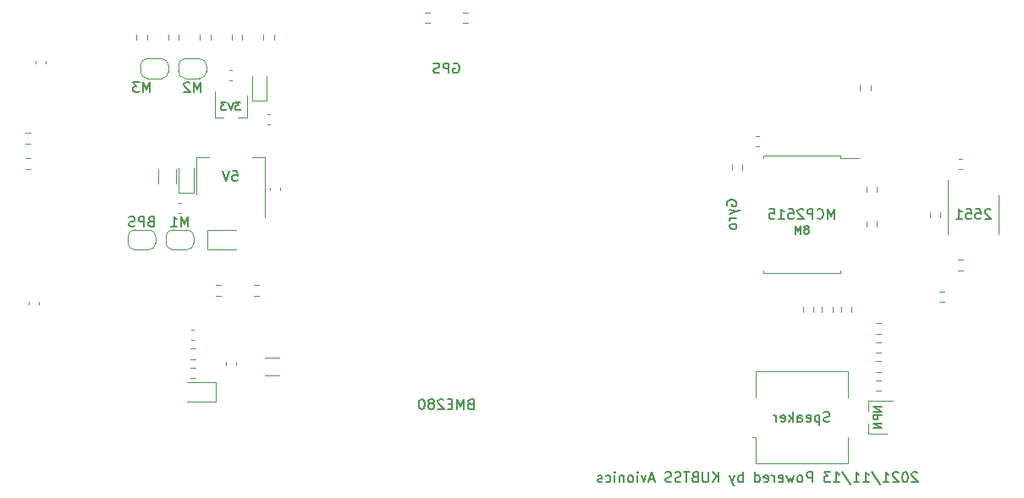
<source format=gbr>
G04 #@! TF.GenerationSoftware,KiCad,Pcbnew,(5.1.9)-1*
G04 #@! TF.CreationDate,2021-11-13T13:02:01+09:00*
G04 #@! TF.ProjectId,MainBoard2022_mega,4d61696e-426f-4617-9264-323032325f6d,rev?*
G04 #@! TF.SameCoordinates,Original*
G04 #@! TF.FileFunction,Legend,Bot*
G04 #@! TF.FilePolarity,Positive*
%FSLAX46Y46*%
G04 Gerber Fmt 4.6, Leading zero omitted, Abs format (unit mm)*
G04 Created by KiCad (PCBNEW (5.1.9)-1) date 2021-11-13 13:02:01*
%MOMM*%
%LPD*%
G01*
G04 APERTURE LIST*
%ADD10C,0.150000*%
%ADD11C,0.120000*%
G04 APERTURE END LIST*
D10*
X196213000Y-119626119D02*
X196165380Y-119578500D01*
X196070142Y-119530880D01*
X195832047Y-119530880D01*
X195736809Y-119578500D01*
X195689190Y-119626119D01*
X195641571Y-119721357D01*
X195641571Y-119816595D01*
X195689190Y-119959452D01*
X196260619Y-120530880D01*
X195641571Y-120530880D01*
X195022523Y-119530880D02*
X194927285Y-119530880D01*
X194832047Y-119578500D01*
X194784428Y-119626119D01*
X194736809Y-119721357D01*
X194689190Y-119911833D01*
X194689190Y-120149928D01*
X194736809Y-120340404D01*
X194784428Y-120435642D01*
X194832047Y-120483261D01*
X194927285Y-120530880D01*
X195022523Y-120530880D01*
X195117761Y-120483261D01*
X195165380Y-120435642D01*
X195213000Y-120340404D01*
X195260619Y-120149928D01*
X195260619Y-119911833D01*
X195213000Y-119721357D01*
X195165380Y-119626119D01*
X195117761Y-119578500D01*
X195022523Y-119530880D01*
X194308238Y-119626119D02*
X194260619Y-119578500D01*
X194165380Y-119530880D01*
X193927285Y-119530880D01*
X193832047Y-119578500D01*
X193784428Y-119626119D01*
X193736809Y-119721357D01*
X193736809Y-119816595D01*
X193784428Y-119959452D01*
X194355857Y-120530880D01*
X193736809Y-120530880D01*
X192784428Y-120530880D02*
X193355857Y-120530880D01*
X193070142Y-120530880D02*
X193070142Y-119530880D01*
X193165380Y-119673738D01*
X193260619Y-119768976D01*
X193355857Y-119816595D01*
X191641571Y-119483261D02*
X192498714Y-120768976D01*
X190784428Y-120530880D02*
X191355857Y-120530880D01*
X191070142Y-120530880D02*
X191070142Y-119530880D01*
X191165380Y-119673738D01*
X191260619Y-119768976D01*
X191355857Y-119816595D01*
X189832047Y-120530880D02*
X190403476Y-120530880D01*
X190117761Y-120530880D02*
X190117761Y-119530880D01*
X190213000Y-119673738D01*
X190308238Y-119768976D01*
X190403476Y-119816595D01*
X188689190Y-119483261D02*
X189546333Y-120768976D01*
X187832047Y-120530880D02*
X188403476Y-120530880D01*
X188117761Y-120530880D02*
X188117761Y-119530880D01*
X188213000Y-119673738D01*
X188308238Y-119768976D01*
X188403476Y-119816595D01*
X187498714Y-119530880D02*
X186879666Y-119530880D01*
X187213000Y-119911833D01*
X187070142Y-119911833D01*
X186974904Y-119959452D01*
X186927285Y-120007071D01*
X186879666Y-120102309D01*
X186879666Y-120340404D01*
X186927285Y-120435642D01*
X186974904Y-120483261D01*
X187070142Y-120530880D01*
X187355857Y-120530880D01*
X187451095Y-120483261D01*
X187498714Y-120435642D01*
X185689190Y-120530880D02*
X185689190Y-119530880D01*
X185308238Y-119530880D01*
X185213000Y-119578500D01*
X185165380Y-119626119D01*
X185117761Y-119721357D01*
X185117761Y-119864214D01*
X185165380Y-119959452D01*
X185213000Y-120007071D01*
X185308238Y-120054690D01*
X185689190Y-120054690D01*
X184546333Y-120530880D02*
X184641571Y-120483261D01*
X184689190Y-120435642D01*
X184736809Y-120340404D01*
X184736809Y-120054690D01*
X184689190Y-119959452D01*
X184641571Y-119911833D01*
X184546333Y-119864214D01*
X184403476Y-119864214D01*
X184308238Y-119911833D01*
X184260619Y-119959452D01*
X184213000Y-120054690D01*
X184213000Y-120340404D01*
X184260619Y-120435642D01*
X184308238Y-120483261D01*
X184403476Y-120530880D01*
X184546333Y-120530880D01*
X183879666Y-119864214D02*
X183689190Y-120530880D01*
X183498714Y-120054690D01*
X183308238Y-120530880D01*
X183117761Y-119864214D01*
X182355857Y-120483261D02*
X182451095Y-120530880D01*
X182641571Y-120530880D01*
X182736809Y-120483261D01*
X182784428Y-120388023D01*
X182784428Y-120007071D01*
X182736809Y-119911833D01*
X182641571Y-119864214D01*
X182451095Y-119864214D01*
X182355857Y-119911833D01*
X182308238Y-120007071D01*
X182308238Y-120102309D01*
X182784428Y-120197547D01*
X181879666Y-120530880D02*
X181879666Y-119864214D01*
X181879666Y-120054690D02*
X181832047Y-119959452D01*
X181784428Y-119911833D01*
X181689190Y-119864214D01*
X181593952Y-119864214D01*
X180879666Y-120483261D02*
X180974904Y-120530880D01*
X181165380Y-120530880D01*
X181260619Y-120483261D01*
X181308238Y-120388023D01*
X181308238Y-120007071D01*
X181260619Y-119911833D01*
X181165380Y-119864214D01*
X180974904Y-119864214D01*
X180879666Y-119911833D01*
X180832047Y-120007071D01*
X180832047Y-120102309D01*
X181308238Y-120197547D01*
X179974904Y-120530880D02*
X179974904Y-119530880D01*
X179974904Y-120483261D02*
X180070142Y-120530880D01*
X180260619Y-120530880D01*
X180355857Y-120483261D01*
X180403476Y-120435642D01*
X180451095Y-120340404D01*
X180451095Y-120054690D01*
X180403476Y-119959452D01*
X180355857Y-119911833D01*
X180260619Y-119864214D01*
X180070142Y-119864214D01*
X179974904Y-119911833D01*
X178736809Y-120530880D02*
X178736809Y-119530880D01*
X178736809Y-119911833D02*
X178641571Y-119864214D01*
X178451095Y-119864214D01*
X178355857Y-119911833D01*
X178308238Y-119959452D01*
X178260619Y-120054690D01*
X178260619Y-120340404D01*
X178308238Y-120435642D01*
X178355857Y-120483261D01*
X178451095Y-120530880D01*
X178641571Y-120530880D01*
X178736809Y-120483261D01*
X177927285Y-119864214D02*
X177689190Y-120530880D01*
X177451095Y-119864214D02*
X177689190Y-120530880D01*
X177784428Y-120768976D01*
X177832047Y-120816595D01*
X177927285Y-120864214D01*
X176308238Y-120530880D02*
X176308238Y-119530880D01*
X175736809Y-120530880D02*
X176165380Y-119959452D01*
X175736809Y-119530880D02*
X176308238Y-120102309D01*
X175308238Y-119530880D02*
X175308238Y-120340404D01*
X175260619Y-120435642D01*
X175213000Y-120483261D01*
X175117761Y-120530880D01*
X174927285Y-120530880D01*
X174832047Y-120483261D01*
X174784428Y-120435642D01*
X174736809Y-120340404D01*
X174736809Y-119530880D01*
X173927285Y-120007071D02*
X173784428Y-120054690D01*
X173736809Y-120102309D01*
X173689190Y-120197547D01*
X173689190Y-120340404D01*
X173736809Y-120435642D01*
X173784428Y-120483261D01*
X173879666Y-120530880D01*
X174260619Y-120530880D01*
X174260619Y-119530880D01*
X173927285Y-119530880D01*
X173832047Y-119578500D01*
X173784428Y-119626119D01*
X173736809Y-119721357D01*
X173736809Y-119816595D01*
X173784428Y-119911833D01*
X173832047Y-119959452D01*
X173927285Y-120007071D01*
X174260619Y-120007071D01*
X173403476Y-119530880D02*
X172832047Y-119530880D01*
X173117761Y-120530880D02*
X173117761Y-119530880D01*
X172546333Y-120483261D02*
X172403476Y-120530880D01*
X172165380Y-120530880D01*
X172070142Y-120483261D01*
X172022523Y-120435642D01*
X171974904Y-120340404D01*
X171974904Y-120245166D01*
X172022523Y-120149928D01*
X172070142Y-120102309D01*
X172165380Y-120054690D01*
X172355857Y-120007071D01*
X172451095Y-119959452D01*
X172498714Y-119911833D01*
X172546333Y-119816595D01*
X172546333Y-119721357D01*
X172498714Y-119626119D01*
X172451095Y-119578500D01*
X172355857Y-119530880D01*
X172117761Y-119530880D01*
X171974904Y-119578500D01*
X171593952Y-120483261D02*
X171451095Y-120530880D01*
X171213000Y-120530880D01*
X171117761Y-120483261D01*
X171070142Y-120435642D01*
X171022523Y-120340404D01*
X171022523Y-120245166D01*
X171070142Y-120149928D01*
X171117761Y-120102309D01*
X171213000Y-120054690D01*
X171403476Y-120007071D01*
X171498714Y-119959452D01*
X171546333Y-119911833D01*
X171593952Y-119816595D01*
X171593952Y-119721357D01*
X171546333Y-119626119D01*
X171498714Y-119578500D01*
X171403476Y-119530880D01*
X171165380Y-119530880D01*
X171022523Y-119578500D01*
X169879666Y-120245166D02*
X169403476Y-120245166D01*
X169974904Y-120530880D02*
X169641571Y-119530880D01*
X169308238Y-120530880D01*
X169070142Y-119864214D02*
X168832047Y-120530880D01*
X168593952Y-119864214D01*
X168213000Y-120530880D02*
X168213000Y-119864214D01*
X168213000Y-119530880D02*
X168260619Y-119578500D01*
X168213000Y-119626119D01*
X168165380Y-119578500D01*
X168213000Y-119530880D01*
X168213000Y-119626119D01*
X167593952Y-120530880D02*
X167689190Y-120483261D01*
X167736809Y-120435642D01*
X167784428Y-120340404D01*
X167784428Y-120054690D01*
X167736809Y-119959452D01*
X167689190Y-119911833D01*
X167593952Y-119864214D01*
X167451095Y-119864214D01*
X167355857Y-119911833D01*
X167308238Y-119959452D01*
X167260619Y-120054690D01*
X167260619Y-120340404D01*
X167308238Y-120435642D01*
X167355857Y-120483261D01*
X167451095Y-120530880D01*
X167593952Y-120530880D01*
X166832047Y-119864214D02*
X166832047Y-120530880D01*
X166832047Y-119959452D02*
X166784428Y-119911833D01*
X166689190Y-119864214D01*
X166546333Y-119864214D01*
X166451095Y-119911833D01*
X166403476Y-120007071D01*
X166403476Y-120530880D01*
X165927285Y-120530880D02*
X165927285Y-119864214D01*
X165927285Y-119530880D02*
X165974904Y-119578500D01*
X165927285Y-119626119D01*
X165879666Y-119578500D01*
X165927285Y-119530880D01*
X165927285Y-119626119D01*
X165022523Y-120483261D02*
X165117761Y-120530880D01*
X165308238Y-120530880D01*
X165403476Y-120483261D01*
X165451095Y-120435642D01*
X165498714Y-120340404D01*
X165498714Y-120054690D01*
X165451095Y-119959452D01*
X165403476Y-119911833D01*
X165308238Y-119864214D01*
X165117761Y-119864214D01*
X165022523Y-119911833D01*
X164641571Y-120483261D02*
X164546333Y-120530880D01*
X164355857Y-120530880D01*
X164260619Y-120483261D01*
X164213000Y-120388023D01*
X164213000Y-120340404D01*
X164260619Y-120245166D01*
X164355857Y-120197547D01*
X164498714Y-120197547D01*
X164593952Y-120149928D01*
X164641571Y-120054690D01*
X164641571Y-120007071D01*
X164593952Y-119911833D01*
X164498714Y-119864214D01*
X164355857Y-119864214D01*
X164260619Y-119911833D01*
D11*
X147447724Y-74563500D02*
X146938276Y-74563500D01*
X147447724Y-73518500D02*
X146938276Y-73518500D01*
X198882724Y-101458500D02*
X198373276Y-101458500D01*
X198882724Y-102503500D02*
X198373276Y-102503500D01*
X107948000Y-78339733D02*
X107948000Y-78632267D01*
X108968000Y-78339733D02*
X108968000Y-78632267D01*
X123551733Y-106301000D02*
X123844267Y-106301000D01*
X123551733Y-105281000D02*
X123844267Y-105281000D01*
X191328000Y-115696000D02*
X191328000Y-114646000D01*
X193128000Y-115696000D02*
X191328000Y-115696000D01*
X191328000Y-112396000D02*
X191328000Y-113446000D01*
X193728000Y-112396000D02*
X191328000Y-112396000D01*
X188518000Y-88086000D02*
X190333000Y-88086000D01*
X188518000Y-87841000D02*
X188518000Y-88086000D01*
X184658000Y-87841000D02*
X188518000Y-87841000D01*
X180798000Y-87841000D02*
X180798000Y-88086000D01*
X184658000Y-87841000D02*
X180798000Y-87841000D01*
X188518000Y-99611000D02*
X188518000Y-99366000D01*
X184658000Y-99611000D02*
X188518000Y-99611000D01*
X180798000Y-99611000D02*
X180798000Y-99366000D01*
X184658000Y-99611000D02*
X180798000Y-99611000D01*
X129118000Y-81856000D02*
X129118000Y-84006000D01*
X125898000Y-81431000D02*
X125898000Y-84006000D01*
X128208000Y-84006000D02*
X129118000Y-84006000D01*
X125898000Y-84006000D02*
X126808000Y-84006000D01*
X130918000Y-94016000D02*
X130918000Y-88006000D01*
X124098000Y-91766000D02*
X124098000Y-88006000D01*
X130918000Y-88006000D02*
X129658000Y-88006000D01*
X124098000Y-88006000D02*
X125358000Y-88006000D01*
X199243000Y-93726000D02*
X199243000Y-90276000D01*
X199243000Y-93726000D02*
X199243000Y-95676000D01*
X204363000Y-93726000D02*
X204363000Y-91776000D01*
X204363000Y-93726000D02*
X204363000Y-95676000D01*
X122315500Y-75691276D02*
X122315500Y-76200724D01*
X121270500Y-75691276D02*
X121270500Y-76200724D01*
X125490500Y-75691276D02*
X125490500Y-76200724D01*
X124445500Y-75691276D02*
X124445500Y-76200724D01*
X128665500Y-75691276D02*
X128665500Y-76200724D01*
X127620500Y-75691276D02*
X127620500Y-76200724D01*
X131840500Y-75691276D02*
X131840500Y-76200724D01*
X130795500Y-75691276D02*
X130795500Y-76200724D01*
X119140500Y-75691276D02*
X119140500Y-76200724D01*
X118095500Y-75691276D02*
X118095500Y-76200724D01*
X192023276Y-110348500D02*
X192532724Y-110348500D01*
X192023276Y-111393500D02*
X192532724Y-111393500D01*
X190485500Y-81280724D02*
X190485500Y-80771276D01*
X191530500Y-81280724D02*
X191530500Y-80771276D01*
X191120500Y-91440724D02*
X191120500Y-90931276D01*
X192165500Y-91440724D02*
X192165500Y-90931276D01*
X188580500Y-103505724D02*
X188580500Y-102996276D01*
X189625500Y-103505724D02*
X189625500Y-102996276D01*
X186675500Y-103505724D02*
X186675500Y-102996276D01*
X187720500Y-103505724D02*
X187720500Y-102996276D01*
X184770500Y-103505724D02*
X184770500Y-102996276D01*
X185815500Y-103505724D02*
X185815500Y-102996276D01*
X192023276Y-108443500D02*
X192532724Y-108443500D01*
X192023276Y-109488500D02*
X192532724Y-109488500D01*
X192023276Y-106538500D02*
X192532724Y-106538500D01*
X192023276Y-107583500D02*
X192532724Y-107583500D01*
X192023276Y-104633500D02*
X192532724Y-104633500D01*
X192023276Y-105678500D02*
X192532724Y-105678500D01*
X192165500Y-94463776D02*
X192165500Y-94973224D01*
X191120500Y-94463776D02*
X191120500Y-94973224D01*
X130302724Y-101868500D02*
X129793276Y-101868500D01*
X130302724Y-100823500D02*
X129793276Y-100823500D01*
X126492724Y-100823500D02*
X125983276Y-100823500D01*
X126492724Y-101868500D02*
X125983276Y-101868500D01*
X178703500Y-88772276D02*
X178703500Y-89281724D01*
X177658500Y-88772276D02*
X177658500Y-89281724D01*
X150748276Y-73518500D02*
X151257724Y-73518500D01*
X150748276Y-74563500D02*
X151257724Y-74563500D01*
X200278276Y-98283500D02*
X200787724Y-98283500D01*
X200278276Y-99328500D02*
X200787724Y-99328500D01*
X197470500Y-93980724D02*
X197470500Y-93471276D01*
X198515500Y-93980724D02*
X198515500Y-93471276D01*
X123443276Y-107173500D02*
X123952724Y-107173500D01*
X123443276Y-108218500D02*
X123952724Y-108218500D01*
X123443276Y-109078500D02*
X123952724Y-109078500D01*
X123443276Y-110123500D02*
X123952724Y-110123500D01*
X106933276Y-88123500D02*
X107442724Y-88123500D01*
X106933276Y-89168500D02*
X107442724Y-89168500D01*
X107442724Y-86628500D02*
X106933276Y-86628500D01*
X107442724Y-85583500D02*
X106933276Y-85583500D01*
X180048000Y-116006000D02*
X180048000Y-118656000D01*
X180048000Y-118656000D02*
X189268000Y-118656000D01*
X189268000Y-118656000D02*
X189268000Y-116006000D01*
X189268000Y-112086000D02*
X189268000Y-109436000D01*
X189268000Y-109436000D02*
X180048000Y-109436000D01*
X180048000Y-109436000D02*
X180048000Y-112086000D01*
X180048000Y-116006000D02*
X179718000Y-116006000D01*
X119318000Y-95266000D02*
X117918000Y-95266000D01*
X117218000Y-95966000D02*
X117218000Y-96566000D01*
X117918000Y-97266000D02*
X119318000Y-97266000D01*
X120018000Y-96566000D02*
X120018000Y-95966000D01*
X117918000Y-95266000D02*
G75*
G03*
X117218000Y-95966000I0J-700000D01*
G01*
X117218000Y-96566000D02*
G75*
G03*
X117918000Y-97266000I700000J0D01*
G01*
X119318000Y-97266000D02*
G75*
G03*
X120018000Y-96566000I0J700000D01*
G01*
X120018000Y-95966000D02*
G75*
G03*
X119318000Y-95266000I-700000J0D01*
G01*
X119188000Y-80121000D02*
X120588000Y-80121000D01*
X121288000Y-79421000D02*
X121288000Y-78821000D01*
X120588000Y-78121000D02*
X119188000Y-78121000D01*
X118488000Y-78821000D02*
X118488000Y-79421000D01*
X120588000Y-80121000D02*
G75*
G03*
X121288000Y-79421000I0J700000D01*
G01*
X121288000Y-78821000D02*
G75*
G03*
X120588000Y-78121000I-700000J0D01*
G01*
X119188000Y-78121000D02*
G75*
G03*
X118488000Y-78821000I0J-700000D01*
G01*
X118488000Y-79421000D02*
G75*
G03*
X119188000Y-80121000I700000J0D01*
G01*
X122983000Y-80121000D02*
X124383000Y-80121000D01*
X125083000Y-79421000D02*
X125083000Y-78821000D01*
X124383000Y-78121000D02*
X122983000Y-78121000D01*
X122283000Y-78821000D02*
X122283000Y-79421000D01*
X124383000Y-80121000D02*
G75*
G03*
X125083000Y-79421000I0J700000D01*
G01*
X125083000Y-78821000D02*
G75*
G03*
X124383000Y-78121000I-700000J0D01*
G01*
X122983000Y-78121000D02*
G75*
G03*
X122283000Y-78821000I0J-700000D01*
G01*
X122283000Y-79421000D02*
G75*
G03*
X122983000Y-80121000I700000J0D01*
G01*
X121728000Y-97266000D02*
X123128000Y-97266000D01*
X123828000Y-96566000D02*
X123828000Y-95966000D01*
X123128000Y-95266000D02*
X121728000Y-95266000D01*
X121028000Y-95966000D02*
X121028000Y-96566000D01*
X123128000Y-97266000D02*
G75*
G03*
X123828000Y-96566000I0J700000D01*
G01*
X123828000Y-95966000D02*
G75*
G03*
X123128000Y-95266000I-700000J0D01*
G01*
X121728000Y-95266000D02*
G75*
G03*
X121028000Y-95966000I0J-700000D01*
G01*
X121028000Y-96566000D02*
G75*
G03*
X121728000Y-97266000I700000J0D01*
G01*
X129630500Y-82368500D02*
X129630500Y-79908500D01*
X131100500Y-82368500D02*
X129630500Y-82368500D01*
X131100500Y-79908500D02*
X131100500Y-82368500D01*
X122328000Y-91576000D02*
X122328000Y-89116000D01*
X123798000Y-91576000D02*
X122328000Y-91576000D01*
X123798000Y-89116000D02*
X123798000Y-91576000D01*
X125173000Y-95306000D02*
X128033000Y-95306000D01*
X125173000Y-97226000D02*
X125173000Y-95306000D01*
X128033000Y-97226000D02*
X125173000Y-97226000D01*
X126033000Y-112466000D02*
X123173000Y-112466000D01*
X126033000Y-110546000D02*
X126033000Y-112466000D01*
X123173000Y-110546000D02*
X126033000Y-110546000D01*
X107313000Y-102762267D02*
X107313000Y-102469733D01*
X108333000Y-102762267D02*
X108333000Y-102469733D01*
X180359267Y-86933500D02*
X180066733Y-86933500D01*
X180359267Y-85913500D02*
X180066733Y-85913500D01*
X127654267Y-80266000D02*
X127361733Y-80266000D01*
X127654267Y-79246000D02*
X127361733Y-79246000D01*
X131171733Y-83691000D02*
X131464267Y-83691000D01*
X131171733Y-84711000D02*
X131464267Y-84711000D01*
X122068000Y-89204748D02*
X122068000Y-90627252D01*
X120248000Y-89204748D02*
X120248000Y-90627252D01*
X132463000Y-91039733D02*
X132463000Y-91332267D01*
X131443000Y-91039733D02*
X131443000Y-91332267D01*
X122574267Y-93601000D02*
X122281733Y-93601000D01*
X122574267Y-92581000D02*
X122281733Y-92581000D01*
X200386733Y-88136000D02*
X200679267Y-88136000D01*
X200386733Y-89156000D02*
X200679267Y-89156000D01*
X132346752Y-109876000D02*
X130924248Y-109876000D01*
X132346752Y-108056000D02*
X130924248Y-108056000D01*
X126998000Y-108794767D02*
X126998000Y-108502233D01*
X128018000Y-108794767D02*
X128018000Y-108502233D01*
D10*
X185191333Y-95218261D02*
X185267523Y-95180166D01*
X185305619Y-95142071D01*
X185343714Y-95065880D01*
X185343714Y-95027785D01*
X185305619Y-94951595D01*
X185267523Y-94913500D01*
X185191333Y-94875404D01*
X185038952Y-94875404D01*
X184962761Y-94913500D01*
X184924666Y-94951595D01*
X184886571Y-95027785D01*
X184886571Y-95065880D01*
X184924666Y-95142071D01*
X184962761Y-95180166D01*
X185038952Y-95218261D01*
X185191333Y-95218261D01*
X185267523Y-95256357D01*
X185305619Y-95294452D01*
X185343714Y-95370642D01*
X185343714Y-95523023D01*
X185305619Y-95599214D01*
X185267523Y-95637309D01*
X185191333Y-95675404D01*
X185038952Y-95675404D01*
X184962761Y-95637309D01*
X184924666Y-95599214D01*
X184886571Y-95523023D01*
X184886571Y-95370642D01*
X184924666Y-95294452D01*
X184962761Y-95256357D01*
X185038952Y-95218261D01*
X184543714Y-95675404D02*
X184543714Y-94875404D01*
X184277047Y-95446833D01*
X184010380Y-94875404D01*
X184010380Y-95675404D01*
X151478952Y-112704571D02*
X151336095Y-112752190D01*
X151288476Y-112799809D01*
X151240857Y-112895047D01*
X151240857Y-113037904D01*
X151288476Y-113133142D01*
X151336095Y-113180761D01*
X151431333Y-113228380D01*
X151812285Y-113228380D01*
X151812285Y-112228380D01*
X151478952Y-112228380D01*
X151383714Y-112276000D01*
X151336095Y-112323619D01*
X151288476Y-112418857D01*
X151288476Y-112514095D01*
X151336095Y-112609333D01*
X151383714Y-112656952D01*
X151478952Y-112704571D01*
X151812285Y-112704571D01*
X150812285Y-113228380D02*
X150812285Y-112228380D01*
X150478952Y-112942666D01*
X150145619Y-112228380D01*
X150145619Y-113228380D01*
X149669428Y-112704571D02*
X149336095Y-112704571D01*
X149193238Y-113228380D02*
X149669428Y-113228380D01*
X149669428Y-112228380D01*
X149193238Y-112228380D01*
X148812285Y-112323619D02*
X148764666Y-112276000D01*
X148669428Y-112228380D01*
X148431333Y-112228380D01*
X148336095Y-112276000D01*
X148288476Y-112323619D01*
X148240857Y-112418857D01*
X148240857Y-112514095D01*
X148288476Y-112656952D01*
X148859904Y-113228380D01*
X148240857Y-113228380D01*
X147669428Y-112656952D02*
X147764666Y-112609333D01*
X147812285Y-112561714D01*
X147859904Y-112466476D01*
X147859904Y-112418857D01*
X147812285Y-112323619D01*
X147764666Y-112276000D01*
X147669428Y-112228380D01*
X147478952Y-112228380D01*
X147383714Y-112276000D01*
X147336095Y-112323619D01*
X147288476Y-112418857D01*
X147288476Y-112466476D01*
X147336095Y-112561714D01*
X147383714Y-112609333D01*
X147478952Y-112656952D01*
X147669428Y-112656952D01*
X147764666Y-112704571D01*
X147812285Y-112752190D01*
X147859904Y-112847428D01*
X147859904Y-113037904D01*
X147812285Y-113133142D01*
X147764666Y-113180761D01*
X147669428Y-113228380D01*
X147478952Y-113228380D01*
X147383714Y-113180761D01*
X147336095Y-113133142D01*
X147288476Y-113037904D01*
X147288476Y-112847428D01*
X147336095Y-112752190D01*
X147383714Y-112704571D01*
X147478952Y-112656952D01*
X146669428Y-112228380D02*
X146574190Y-112228380D01*
X146478952Y-112276000D01*
X146431333Y-112323619D01*
X146383714Y-112418857D01*
X146336095Y-112609333D01*
X146336095Y-112847428D01*
X146383714Y-113037904D01*
X146431333Y-113133142D01*
X146478952Y-113180761D01*
X146574190Y-113228380D01*
X146669428Y-113228380D01*
X146764666Y-113180761D01*
X146812285Y-113133142D01*
X146859904Y-113037904D01*
X146907523Y-112847428D01*
X146907523Y-112609333D01*
X146859904Y-112418857D01*
X146812285Y-112323619D01*
X146764666Y-112276000D01*
X146669428Y-112228380D01*
X192639904Y-112998380D02*
X191839904Y-112998380D01*
X192639904Y-113455523D01*
X191839904Y-113455523D01*
X192639904Y-113836476D02*
X191839904Y-113836476D01*
X191839904Y-114141238D01*
X191878000Y-114217428D01*
X191916095Y-114255523D01*
X191992285Y-114293619D01*
X192106571Y-114293619D01*
X192182761Y-114255523D01*
X192220857Y-114217428D01*
X192258952Y-114141238D01*
X192258952Y-113836476D01*
X192639904Y-114636476D02*
X191839904Y-114636476D01*
X192639904Y-115093619D01*
X191839904Y-115093619D01*
X187896095Y-94178380D02*
X187896095Y-93178380D01*
X187562761Y-93892666D01*
X187229428Y-93178380D01*
X187229428Y-94178380D01*
X186181809Y-94083142D02*
X186229428Y-94130761D01*
X186372285Y-94178380D01*
X186467523Y-94178380D01*
X186610380Y-94130761D01*
X186705619Y-94035523D01*
X186753238Y-93940285D01*
X186800857Y-93749809D01*
X186800857Y-93606952D01*
X186753238Y-93416476D01*
X186705619Y-93321238D01*
X186610380Y-93226000D01*
X186467523Y-93178380D01*
X186372285Y-93178380D01*
X186229428Y-93226000D01*
X186181809Y-93273619D01*
X185753238Y-94178380D02*
X185753238Y-93178380D01*
X185372285Y-93178380D01*
X185277047Y-93226000D01*
X185229428Y-93273619D01*
X185181809Y-93368857D01*
X185181809Y-93511714D01*
X185229428Y-93606952D01*
X185277047Y-93654571D01*
X185372285Y-93702190D01*
X185753238Y-93702190D01*
X184800857Y-93273619D02*
X184753238Y-93226000D01*
X184658000Y-93178380D01*
X184419904Y-93178380D01*
X184324666Y-93226000D01*
X184277047Y-93273619D01*
X184229428Y-93368857D01*
X184229428Y-93464095D01*
X184277047Y-93606952D01*
X184848476Y-94178380D01*
X184229428Y-94178380D01*
X183324666Y-93178380D02*
X183800857Y-93178380D01*
X183848476Y-93654571D01*
X183800857Y-93606952D01*
X183705619Y-93559333D01*
X183467523Y-93559333D01*
X183372285Y-93606952D01*
X183324666Y-93654571D01*
X183277047Y-93749809D01*
X183277047Y-93987904D01*
X183324666Y-94083142D01*
X183372285Y-94130761D01*
X183467523Y-94178380D01*
X183705619Y-94178380D01*
X183800857Y-94130761D01*
X183848476Y-94083142D01*
X182324666Y-94178380D02*
X182896095Y-94178380D01*
X182610380Y-94178380D02*
X182610380Y-93178380D01*
X182705619Y-93321238D01*
X182800857Y-93416476D01*
X182896095Y-93464095D01*
X181419904Y-93178380D02*
X181896095Y-93178380D01*
X181943714Y-93654571D01*
X181896095Y-93606952D01*
X181800857Y-93559333D01*
X181562761Y-93559333D01*
X181467523Y-93606952D01*
X181419904Y-93654571D01*
X181372285Y-93749809D01*
X181372285Y-93987904D01*
X181419904Y-94083142D01*
X181467523Y-94130761D01*
X181562761Y-94178380D01*
X181800857Y-94178380D01*
X181896095Y-94130761D01*
X181943714Y-94083142D01*
X128498476Y-82492904D02*
X128003238Y-82492904D01*
X128269904Y-82797666D01*
X128155619Y-82797666D01*
X128079428Y-82835761D01*
X128041333Y-82873857D01*
X128003238Y-82950047D01*
X128003238Y-83140523D01*
X128041333Y-83216714D01*
X128079428Y-83254809D01*
X128155619Y-83292904D01*
X128384190Y-83292904D01*
X128460380Y-83254809D01*
X128498476Y-83216714D01*
X127774666Y-82492904D02*
X127508000Y-83292904D01*
X127241333Y-82492904D01*
X127050857Y-82492904D02*
X126555619Y-82492904D01*
X126822285Y-82797666D01*
X126708000Y-82797666D01*
X126631809Y-82835761D01*
X126593714Y-82873857D01*
X126555619Y-82950047D01*
X126555619Y-83140523D01*
X126593714Y-83216714D01*
X126631809Y-83254809D01*
X126708000Y-83292904D01*
X126936571Y-83292904D01*
X127012761Y-83254809D01*
X127050857Y-83216714D01*
X127698476Y-89368380D02*
X128174666Y-89368380D01*
X128222285Y-89844571D01*
X128174666Y-89796952D01*
X128079428Y-89749333D01*
X127841333Y-89749333D01*
X127746095Y-89796952D01*
X127698476Y-89844571D01*
X127650857Y-89939809D01*
X127650857Y-90177904D01*
X127698476Y-90273142D01*
X127746095Y-90320761D01*
X127841333Y-90368380D01*
X128079428Y-90368380D01*
X128174666Y-90320761D01*
X128222285Y-90273142D01*
X127365142Y-89368380D02*
X127031809Y-90368380D01*
X126698476Y-89368380D01*
X203517285Y-93273619D02*
X203469666Y-93226000D01*
X203374428Y-93178380D01*
X203136333Y-93178380D01*
X203041095Y-93226000D01*
X202993476Y-93273619D01*
X202945857Y-93368857D01*
X202945857Y-93464095D01*
X202993476Y-93606952D01*
X203564904Y-94178380D01*
X202945857Y-94178380D01*
X202041095Y-93178380D02*
X202517285Y-93178380D01*
X202564904Y-93654571D01*
X202517285Y-93606952D01*
X202422047Y-93559333D01*
X202183952Y-93559333D01*
X202088714Y-93606952D01*
X202041095Y-93654571D01*
X201993476Y-93749809D01*
X201993476Y-93987904D01*
X202041095Y-94083142D01*
X202088714Y-94130761D01*
X202183952Y-94178380D01*
X202422047Y-94178380D01*
X202517285Y-94130761D01*
X202564904Y-94083142D01*
X201088714Y-93178380D02*
X201564904Y-93178380D01*
X201612523Y-93654571D01*
X201564904Y-93606952D01*
X201469666Y-93559333D01*
X201231571Y-93559333D01*
X201136333Y-93606952D01*
X201088714Y-93654571D01*
X201041095Y-93749809D01*
X201041095Y-93987904D01*
X201088714Y-94083142D01*
X201136333Y-94130761D01*
X201231571Y-94178380D01*
X201469666Y-94178380D01*
X201564904Y-94130761D01*
X201612523Y-94083142D01*
X200088714Y-94178380D02*
X200660142Y-94178380D01*
X200374428Y-94178380D02*
X200374428Y-93178380D01*
X200469666Y-93321238D01*
X200564904Y-93416476D01*
X200660142Y-93464095D01*
X187419904Y-114450761D02*
X187277047Y-114498380D01*
X187038952Y-114498380D01*
X186943714Y-114450761D01*
X186896095Y-114403142D01*
X186848476Y-114307904D01*
X186848476Y-114212666D01*
X186896095Y-114117428D01*
X186943714Y-114069809D01*
X187038952Y-114022190D01*
X187229428Y-113974571D01*
X187324666Y-113926952D01*
X187372285Y-113879333D01*
X187419904Y-113784095D01*
X187419904Y-113688857D01*
X187372285Y-113593619D01*
X187324666Y-113546000D01*
X187229428Y-113498380D01*
X186991333Y-113498380D01*
X186848476Y-113546000D01*
X186419904Y-113831714D02*
X186419904Y-114831714D01*
X186419904Y-113879333D02*
X186324666Y-113831714D01*
X186134190Y-113831714D01*
X186038952Y-113879333D01*
X185991333Y-113926952D01*
X185943714Y-114022190D01*
X185943714Y-114307904D01*
X185991333Y-114403142D01*
X186038952Y-114450761D01*
X186134190Y-114498380D01*
X186324666Y-114498380D01*
X186419904Y-114450761D01*
X185134190Y-114450761D02*
X185229428Y-114498380D01*
X185419904Y-114498380D01*
X185515142Y-114450761D01*
X185562761Y-114355523D01*
X185562761Y-113974571D01*
X185515142Y-113879333D01*
X185419904Y-113831714D01*
X185229428Y-113831714D01*
X185134190Y-113879333D01*
X185086571Y-113974571D01*
X185086571Y-114069809D01*
X185562761Y-114165047D01*
X184229428Y-114498380D02*
X184229428Y-113974571D01*
X184277047Y-113879333D01*
X184372285Y-113831714D01*
X184562761Y-113831714D01*
X184658000Y-113879333D01*
X184229428Y-114450761D02*
X184324666Y-114498380D01*
X184562761Y-114498380D01*
X184658000Y-114450761D01*
X184705619Y-114355523D01*
X184705619Y-114260285D01*
X184658000Y-114165047D01*
X184562761Y-114117428D01*
X184324666Y-114117428D01*
X184229428Y-114069809D01*
X183753238Y-114498380D02*
X183753238Y-113498380D01*
X183658000Y-114117428D02*
X183372285Y-114498380D01*
X183372285Y-113831714D02*
X183753238Y-114212666D01*
X182562761Y-114450761D02*
X182658000Y-114498380D01*
X182848476Y-114498380D01*
X182943714Y-114450761D01*
X182991333Y-114355523D01*
X182991333Y-113974571D01*
X182943714Y-113879333D01*
X182848476Y-113831714D01*
X182658000Y-113831714D01*
X182562761Y-113879333D01*
X182515142Y-113974571D01*
X182515142Y-114069809D01*
X182991333Y-114165047D01*
X182086571Y-114498380D02*
X182086571Y-113831714D01*
X182086571Y-114022190D02*
X182038952Y-113926952D01*
X181991333Y-113879333D01*
X181896095Y-113831714D01*
X181800857Y-113831714D01*
X119522761Y-94416571D02*
X119379904Y-94464190D01*
X119332285Y-94511809D01*
X119284666Y-94607047D01*
X119284666Y-94749904D01*
X119332285Y-94845142D01*
X119379904Y-94892761D01*
X119475142Y-94940380D01*
X119856095Y-94940380D01*
X119856095Y-93940380D01*
X119522761Y-93940380D01*
X119427523Y-93988000D01*
X119379904Y-94035619D01*
X119332285Y-94130857D01*
X119332285Y-94226095D01*
X119379904Y-94321333D01*
X119427523Y-94368952D01*
X119522761Y-94416571D01*
X119856095Y-94416571D01*
X118856095Y-94940380D02*
X118856095Y-93940380D01*
X118475142Y-93940380D01*
X118379904Y-93988000D01*
X118332285Y-94035619D01*
X118284666Y-94130857D01*
X118284666Y-94273714D01*
X118332285Y-94368952D01*
X118379904Y-94416571D01*
X118475142Y-94464190D01*
X118856095Y-94464190D01*
X117903714Y-94892761D02*
X117760857Y-94940380D01*
X117522761Y-94940380D01*
X117427523Y-94892761D01*
X117379904Y-94845142D01*
X117332285Y-94749904D01*
X117332285Y-94654666D01*
X117379904Y-94559428D01*
X117427523Y-94511809D01*
X117522761Y-94464190D01*
X117713238Y-94416571D01*
X117808476Y-94368952D01*
X117856095Y-94321333D01*
X117903714Y-94226095D01*
X117903714Y-94130857D01*
X117856095Y-94035619D01*
X117808476Y-93988000D01*
X117713238Y-93940380D01*
X117475142Y-93940380D01*
X117332285Y-93988000D01*
X119427523Y-81478380D02*
X119427523Y-80478380D01*
X119094190Y-81192666D01*
X118760857Y-80478380D01*
X118760857Y-81478380D01*
X118379904Y-80478380D02*
X117760857Y-80478380D01*
X118094190Y-80859333D01*
X117951333Y-80859333D01*
X117856095Y-80906952D01*
X117808476Y-80954571D01*
X117760857Y-81049809D01*
X117760857Y-81287904D01*
X117808476Y-81383142D01*
X117856095Y-81430761D01*
X117951333Y-81478380D01*
X118237047Y-81478380D01*
X118332285Y-81430761D01*
X118379904Y-81383142D01*
X124507523Y-81478380D02*
X124507523Y-80478380D01*
X124174190Y-81192666D01*
X123840857Y-80478380D01*
X123840857Y-81478380D01*
X123412285Y-80573619D02*
X123364666Y-80526000D01*
X123269428Y-80478380D01*
X123031333Y-80478380D01*
X122936095Y-80526000D01*
X122888476Y-80573619D01*
X122840857Y-80668857D01*
X122840857Y-80764095D01*
X122888476Y-80906952D01*
X123459904Y-81478380D01*
X122840857Y-81478380D01*
X123237523Y-94940380D02*
X123237523Y-93940380D01*
X122904190Y-94654666D01*
X122570857Y-93940380D01*
X122570857Y-94940380D01*
X121570857Y-94940380D02*
X122142285Y-94940380D01*
X121856571Y-94940380D02*
X121856571Y-93940380D01*
X121951809Y-94083238D01*
X122047047Y-94178476D01*
X122142285Y-94226095D01*
X177173000Y-92845047D02*
X177125380Y-92749809D01*
X177125380Y-92606952D01*
X177173000Y-92464095D01*
X177268238Y-92368857D01*
X177363476Y-92321238D01*
X177553952Y-92273619D01*
X177696809Y-92273619D01*
X177887285Y-92321238D01*
X177982523Y-92368857D01*
X178077761Y-92464095D01*
X178125380Y-92606952D01*
X178125380Y-92702190D01*
X178077761Y-92845047D01*
X178030142Y-92892666D01*
X177696809Y-92892666D01*
X177696809Y-92702190D01*
X177458714Y-93226000D02*
X178125380Y-93464095D01*
X177458714Y-93702190D02*
X178125380Y-93464095D01*
X178363476Y-93368857D01*
X178411095Y-93321238D01*
X178458714Y-93226000D01*
X178125380Y-94083142D02*
X177458714Y-94083142D01*
X177649190Y-94083142D02*
X177553952Y-94130761D01*
X177506333Y-94178380D01*
X177458714Y-94273619D01*
X177458714Y-94368857D01*
X178125380Y-94845047D02*
X178077761Y-94749809D01*
X178030142Y-94702190D01*
X177934904Y-94654571D01*
X177649190Y-94654571D01*
X177553952Y-94702190D01*
X177506333Y-94749809D01*
X177458714Y-94845047D01*
X177458714Y-94987904D01*
X177506333Y-95083142D01*
X177553952Y-95130761D01*
X177649190Y-95178380D01*
X177934904Y-95178380D01*
X178030142Y-95130761D01*
X178077761Y-95083142D01*
X178125380Y-94987904D01*
X178125380Y-94845047D01*
X149812285Y-78621000D02*
X149907523Y-78573380D01*
X150050380Y-78573380D01*
X150193238Y-78621000D01*
X150288476Y-78716238D01*
X150336095Y-78811476D01*
X150383714Y-79001952D01*
X150383714Y-79144809D01*
X150336095Y-79335285D01*
X150288476Y-79430523D01*
X150193238Y-79525761D01*
X150050380Y-79573380D01*
X149955142Y-79573380D01*
X149812285Y-79525761D01*
X149764666Y-79478142D01*
X149764666Y-79144809D01*
X149955142Y-79144809D01*
X149336095Y-79573380D02*
X149336095Y-78573380D01*
X148955142Y-78573380D01*
X148859904Y-78621000D01*
X148812285Y-78668619D01*
X148764666Y-78763857D01*
X148764666Y-78906714D01*
X148812285Y-79001952D01*
X148859904Y-79049571D01*
X148955142Y-79097190D01*
X149336095Y-79097190D01*
X148383714Y-79525761D02*
X148240857Y-79573380D01*
X148002761Y-79573380D01*
X147907523Y-79525761D01*
X147859904Y-79478142D01*
X147812285Y-79382904D01*
X147812285Y-79287666D01*
X147859904Y-79192428D01*
X147907523Y-79144809D01*
X148002761Y-79097190D01*
X148193238Y-79049571D01*
X148288476Y-79001952D01*
X148336095Y-78954333D01*
X148383714Y-78859095D01*
X148383714Y-78763857D01*
X148336095Y-78668619D01*
X148288476Y-78621000D01*
X148193238Y-78573380D01*
X147955142Y-78573380D01*
X147812285Y-78621000D01*
M02*

</source>
